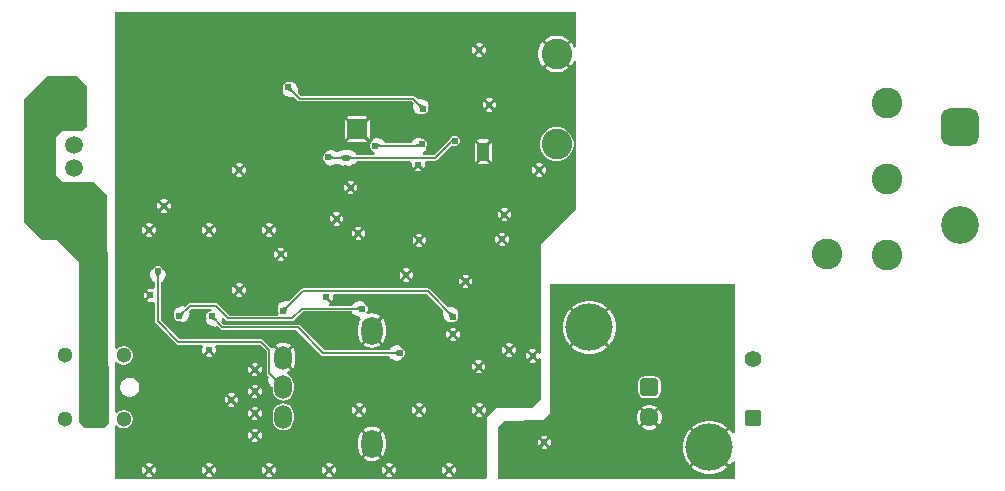
<source format=gbl>
G04*
G04 #@! TF.GenerationSoftware,Altium Limited,Altium Designer,25.6.2 (33)*
G04*
G04 Layer_Physical_Order=2*
G04 Layer_Color=16711680*
%FSLAX44Y44*%
%MOMM*%
G71*
G04*
G04 #@! TF.SameCoordinates,321F6365-E8C5-40D8-95C8-D2BB24AFB59A*
G04*
G04*
G04 #@! TF.FilePolarity,Positive*
G04*
G01*
G75*
G04:AMPARAMS|DCode=19|XSize=1.6mm|YSize=0.96mm|CornerRadius=0.12mm|HoleSize=0mm|Usage=FLASHONLY|Rotation=90.000|XOffset=0mm|YOffset=0mm|HoleType=Round|Shape=RoundedRectangle|*
%AMROUNDEDRECTD19*
21,1,1.6000,0.7200,0,0,90.0*
21,1,1.3600,0.9600,0,0,90.0*
1,1,0.2400,0.3600,0.6800*
1,1,0.2400,0.3600,-0.6800*
1,1,0.2400,-0.3600,-0.6800*
1,1,0.2400,-0.3600,0.6800*
%
%ADD19ROUNDEDRECTD19*%
G04:AMPARAMS|DCode=26|XSize=1.66mm|YSize=1.66mm|CornerRadius=0.1245mm|HoleSize=0mm|Usage=FLASHONLY|Rotation=0.000|XOffset=0mm|YOffset=0mm|HoleType=Round|Shape=RoundedRectangle|*
%AMROUNDEDRECTD26*
21,1,1.6600,1.4110,0,0,0.0*
21,1,1.4110,1.6600,0,0,0.0*
1,1,0.2490,0.7055,-0.7055*
1,1,0.2490,-0.7055,-0.7055*
1,1,0.2490,-0.7055,0.7055*
1,1,0.2490,0.7055,0.7055*
%
%ADD26ROUNDEDRECTD26*%
%ADD75C,0.2032*%
%ADD80O,1.5000X2.0000*%
%ADD81O,1.8000X2.4000*%
%ADD82C,1.6000*%
%ADD83C,4.0000*%
G04:AMPARAMS|DCode=84|XSize=1.6mm|YSize=1.6mm|CornerRadius=0.4mm|HoleSize=0mm|Usage=FLASHONLY|Rotation=90.000|XOffset=0mm|YOffset=0mm|HoleType=Round|Shape=RoundedRectangle|*
%AMROUNDEDRECTD84*
21,1,1.6000,0.8000,0,0,90.0*
21,1,0.8000,1.6000,0,0,90.0*
1,1,0.8000,0.4000,0.4000*
1,1,0.8000,0.4000,-0.4000*
1,1,0.8000,-0.4000,-0.4000*
1,1,0.8000,-0.4000,0.4000*
%
%ADD84ROUNDEDRECTD84*%
%ADD85C,2.6000*%
G04:AMPARAMS|DCode=86|XSize=1.4mm|YSize=1.4mm|CornerRadius=0.175mm|HoleSize=0mm|Usage=FLASHONLY|Rotation=90.000|XOffset=0mm|YOffset=0mm|HoleType=Round|Shape=RoundedRectangle|*
%AMROUNDEDRECTD86*
21,1,1.4000,1.0500,0,0,90.0*
21,1,1.0500,1.4000,0,0,90.0*
1,1,0.3500,0.5250,0.5250*
1,1,0.3500,0.5250,-0.5250*
1,1,0.3500,-0.5250,-0.5250*
1,1,0.3500,-0.5250,0.5250*
%
%ADD86ROUNDEDRECTD86*%
%ADD87C,1.4000*%
G04:AMPARAMS|DCode=88|XSize=3.2mm|YSize=3.2mm|CornerRadius=0.8mm|HoleSize=0mm|Usage=FLASHONLY|Rotation=270.000|XOffset=0mm|YOffset=0mm|HoleType=Round|Shape=RoundedRectangle|*
%AMROUNDEDRECTD88*
21,1,3.2000,1.6000,0,0,270.0*
21,1,1.6000,3.2000,0,0,270.0*
1,1,1.6000,-0.8000,-0.8000*
1,1,1.6000,-0.8000,0.8000*
1,1,1.6000,0.8000,0.8000*
1,1,1.6000,0.8000,-0.8000*
%
%ADD88ROUNDEDRECTD88*%
%ADD89C,3.2000*%
%ADD90C,1.3000*%
G04:AMPARAMS|DCode=91|XSize=1.5mm|YSize=1.5mm|CornerRadius=0.1875mm|HoleSize=0mm|Usage=FLASHONLY|Rotation=180.000|XOffset=0mm|YOffset=0mm|HoleType=Round|Shape=RoundedRectangle|*
%AMROUNDEDRECTD91*
21,1,1.5000,1.1250,0,0,180.0*
21,1,1.1250,1.5000,0,0,180.0*
1,1,0.3750,-0.5625,0.5625*
1,1,0.3750,0.5625,0.5625*
1,1,0.3750,0.5625,-0.5625*
1,1,0.3750,-0.5625,-0.5625*
%
%ADD91ROUNDEDRECTD91*%
%ADD92C,1.5000*%
%ADD93C,0.6096*%
%ADD94C,0.4500*%
G36*
X488000Y367970D02*
X486001Y367572D01*
X485251Y369381D01*
X483551Y371926D01*
X483366Y372110D01*
X473276Y362020D01*
X483366Y351930D01*
X483551Y352114D01*
X485251Y354659D01*
X486001Y356470D01*
X488001Y356072D01*
X488010Y236665D01*
X488010Y230457D01*
X458500Y200947D01*
Y108705D01*
X456500Y108307D01*
X456003Y109507D01*
X452996Y106500D01*
X456003Y103493D01*
X456500Y104693D01*
X458500Y104295D01*
Y83787D01*
Y69750D01*
X451065Y62316D01*
X419815D01*
X412229Y54729D01*
X412231Y6785D01*
X412231Y3453D01*
X410817Y2039D01*
X97250D01*
Y8838D01*
Y35001D01*
Y47076D01*
X97308Y47120D01*
X99250Y47762D01*
X100229Y46782D01*
X102001Y45760D01*
X103977Y45230D01*
X106023D01*
X107999Y45760D01*
X109771Y46782D01*
X111217Y48229D01*
X112240Y50001D01*
X112770Y51977D01*
Y54023D01*
X112240Y55999D01*
X111217Y57771D01*
X109771Y59218D01*
X107999Y60241D01*
X106023Y60770D01*
X103977D01*
X102001Y60241D01*
X100229Y59218D01*
X99250Y58238D01*
X97308Y58880D01*
X97250Y58924D01*
X97250Y101076D01*
X97308Y101120D01*
X99250Y101762D01*
X100229Y100782D01*
X102001Y99760D01*
X103977Y99230D01*
X106023D01*
X107999Y99760D01*
X109771Y100782D01*
X111217Y102229D01*
X112240Y104001D01*
X112770Y105977D01*
Y108023D01*
X112240Y109999D01*
X111217Y111771D01*
X109771Y113217D01*
X107999Y114241D01*
X106023Y114770D01*
X103977D01*
X102001Y114241D01*
X100229Y113217D01*
X99250Y112238D01*
X97308Y112880D01*
X97250Y112924D01*
X97250Y397961D01*
X487998D01*
X488000Y367970D01*
D02*
G37*
G36*
X73907Y334596D02*
Y300846D01*
X70407Y297346D01*
X53446D01*
X47762Y291874D01*
Y259596D01*
X52786Y253461D01*
X79319Y253379D01*
X90368Y242415D01*
X92457Y49965D01*
X88041Y45500D01*
X71750Y45500D01*
X67250Y50000D01*
Y185750D01*
X48750Y204250D01*
X35500D01*
X20407Y219343D01*
Y324096D01*
X39657Y343346D01*
X65157D01*
X73907Y334596D01*
D02*
G37*
G36*
X622625Y41504D02*
X622277Y41228D01*
X619595Y41642D01*
X618308Y43568D01*
X617636Y44240D01*
X602596Y29200D01*
X617636Y14160D01*
X618308Y14832D01*
X619595Y16758D01*
X622277Y17172D01*
X622625Y16896D01*
Y2039D01*
X422125D01*
Y46063D01*
X427310Y51399D01*
X459677Y52326D01*
X465664Y58574D01*
Y167750D01*
X622625D01*
Y41504D01*
D02*
G37*
%LPC*%
G36*
X406861Y371138D02*
X404638D01*
X402743Y370353D01*
X405750Y367346D01*
X408757Y370353D01*
X406861Y371138D01*
D02*
G37*
G36*
X473010Y377560D02*
X469949D01*
X466947Y376963D01*
X464119Y375791D01*
X461574Y374091D01*
X461390Y373906D01*
X471480Y363816D01*
X481570Y373906D01*
X481386Y374091D01*
X478841Y375791D01*
X476013Y376963D01*
X473010Y377560D01*
D02*
G37*
G36*
X410553Y368557D02*
X407546Y365550D01*
X410553Y362543D01*
X411338Y364439D01*
Y366661D01*
X410553Y368557D01*
D02*
G37*
G36*
X400947Y368557D02*
X400162Y366661D01*
Y364439D01*
X400947Y362543D01*
X403954Y365550D01*
X400947Y368557D01*
D02*
G37*
G36*
X405750Y363754D02*
X402743Y360747D01*
X404638Y359962D01*
X406861D01*
X408757Y360747D01*
X405750Y363754D01*
D02*
G37*
G36*
X459594Y372110D02*
X459409Y371926D01*
X457709Y369381D01*
X456537Y366553D01*
X455940Y363550D01*
Y360489D01*
X456537Y357487D01*
X457709Y354659D01*
X459409Y352114D01*
X459594Y351930D01*
X469684Y362020D01*
X459594Y372110D01*
D02*
G37*
G36*
X471480Y360224D02*
X461390Y350134D01*
X461574Y349949D01*
X464119Y348249D01*
X466947Y347077D01*
X469949Y346480D01*
X473010D01*
X476013Y347077D01*
X478841Y348249D01*
X481386Y349949D01*
X481570Y350134D01*
X471480Y360224D01*
D02*
G37*
G36*
X246717Y338667D02*
X246668Y338656D01*
X246619Y338663D01*
X245799Y338449D01*
X244976Y338253D01*
X244935Y338224D01*
X244930Y338223D01*
X244699Y338318D01*
X242981D01*
X241394Y337661D01*
X240180Y336446D01*
X239522Y334859D01*
Y333141D01*
X239723Y332656D01*
X239713Y332603D01*
X239683Y332553D01*
X239550Y331725D01*
X239396Y330900D01*
X239408Y330843D01*
X239399Y330785D01*
X239593Y329969D01*
X239766Y329148D01*
X239799Y329100D01*
X239813Y329044D01*
X240304Y328364D01*
X240779Y327672D01*
X240828Y327640D01*
X240862Y327593D01*
X241576Y327153D01*
X242279Y326696D01*
X242337Y326685D01*
X242386Y326654D01*
X243214Y326521D01*
X243815Y326409D01*
X244199Y326175D01*
X244965Y325705D01*
X244968Y325705D01*
X244970Y325703D01*
X245839Y325567D01*
X246734Y325425D01*
X246736Y325426D01*
X246739Y325425D01*
X247587Y325630D01*
X248475Y325843D01*
X248477Y325845D01*
X248479Y325845D01*
X248699Y326005D01*
X252102Y322602D01*
X252858Y322097D01*
X253750Y321919D01*
X349035D01*
X350452Y320502D01*
X350290Y320279D01*
X350269Y320189D01*
X350218Y320112D01*
X350060Y319322D01*
X349872Y318538D01*
X349886Y318447D01*
X349868Y318357D01*
X350025Y317566D01*
X350151Y316770D01*
X350200Y316691D01*
X350218Y316601D01*
X350666Y315930D01*
X350890Y315564D01*
X351049Y314851D01*
X351213Y314025D01*
X351243Y313980D01*
X351255Y313927D01*
X351740Y313237D01*
X352208Y312536D01*
X352253Y312506D01*
X352284Y312462D01*
X352995Y312010D01*
X353696Y311542D01*
X353750Y311531D01*
X353795Y311502D01*
X354625Y311357D01*
X355452Y311192D01*
X355505Y311203D01*
X355559Y311194D01*
X356381Y311377D01*
X357208Y311542D01*
X357253Y311572D01*
X357286Y311579D01*
X357641Y311432D01*
X359359D01*
X360946Y312089D01*
X362161Y313304D01*
X362818Y314891D01*
Y316609D01*
X362671Y316964D01*
X362678Y316997D01*
X362708Y317042D01*
X362873Y317869D01*
X363056Y318691D01*
X363047Y318745D01*
X363058Y318798D01*
X362893Y319625D01*
X362748Y320455D01*
X362719Y320500D01*
X362708Y320554D01*
X362240Y321255D01*
X361788Y321966D01*
X361744Y321997D01*
X361714Y322042D01*
X361013Y322511D01*
X360323Y322995D01*
X360270Y323007D01*
X360225Y323037D01*
X359398Y323201D01*
X358686Y323360D01*
X358320Y323585D01*
X357649Y324033D01*
X357559Y324050D01*
X357480Y324099D01*
X356684Y324224D01*
X355893Y324382D01*
X355803Y324364D01*
X355712Y324378D01*
X354928Y324190D01*
X354137Y324033D01*
X354061Y323981D01*
X353971Y323960D01*
X353748Y323798D01*
X351648Y325898D01*
X350892Y326403D01*
X350000Y326581D01*
X254715D01*
X251938Y329359D01*
X252102Y329585D01*
X252144Y329761D01*
X252238Y329915D01*
X252351Y330626D01*
X252519Y331326D01*
X252490Y331505D01*
X252518Y331683D01*
X252350Y332384D01*
X252237Y333094D01*
X252143Y333248D01*
X252100Y333424D01*
X251677Y334007D01*
X251468Y334348D01*
X251467Y334351D01*
X251254Y335170D01*
X251058Y335994D01*
X251029Y336035D01*
X251016Y336083D01*
X250505Y336759D01*
X250009Y337445D01*
X249966Y337471D01*
X249936Y337511D01*
X249206Y337939D01*
X248485Y338383D01*
X248435Y338391D01*
X248392Y338417D01*
X247554Y338533D01*
X246717Y338667D01*
D02*
G37*
G36*
X415611Y324588D02*
X413388D01*
X411493Y323803D01*
X414500Y320796D01*
X417507Y323803D01*
X415611Y324588D01*
D02*
G37*
G36*
X419303Y322007D02*
X416296Y319000D01*
X419303Y315993D01*
X420088Y317889D01*
Y320112D01*
X419303Y322007D01*
D02*
G37*
G36*
X409697Y322007D02*
X408912Y320112D01*
Y317889D01*
X409697Y315993D01*
X412704Y319000D01*
X409697Y322007D01*
D02*
G37*
G36*
X414500Y317204D02*
X411493Y314197D01*
X413388Y313412D01*
X415611D01*
X417507Y314197D01*
X414500Y317204D01*
D02*
G37*
G36*
X309805Y309414D02*
X295695D01*
X294218Y309120D01*
X294043Y309003D01*
X302750Y300296D01*
X311457Y309003D01*
X311282Y309120D01*
X309805Y309414D01*
D02*
G37*
G36*
X313253Y307207D02*
X304546Y298500D01*
X313253Y289793D01*
X313370Y289968D01*
X313664Y291445D01*
Y305555D01*
X313370Y307032D01*
X313253Y307207D01*
D02*
G37*
G36*
X292247D02*
X292130Y307032D01*
X291836Y305555D01*
Y291445D01*
X292130Y289968D01*
X292247Y289793D01*
X300954Y298500D01*
X292247Y307207D01*
D02*
G37*
G36*
X302750Y296704D02*
X294043Y287997D01*
X294218Y287880D01*
X295695Y287586D01*
X309805D01*
X311282Y287880D01*
X311457Y287997D01*
X302750Y296704D01*
D02*
G37*
G36*
X413100Y289933D02*
X405900D01*
X404441Y289643D01*
X404280Y289536D01*
X409500Y284316D01*
X414720Y289536D01*
X414559Y289643D01*
X413100Y289933D01*
D02*
G37*
G36*
X385859Y293068D02*
X384141D01*
X382554Y292411D01*
X381339Y291196D01*
X380831Y289969D01*
X380205Y289550D01*
X380222Y289533D01*
X380220Y289516D01*
X367285Y276581D01*
X358522D01*
X358167Y276930D01*
X358701Y279041D01*
X358782Y279130D01*
X359389Y279631D01*
X360088Y280208D01*
X360089Y280208D01*
X360089Y280208D01*
X360472Y280929D01*
X360928Y281789D01*
X360928Y281789D01*
X360928Y281790D01*
X361013Y282671D01*
X361090Y283484D01*
X361161Y283554D01*
X361818Y285141D01*
Y286859D01*
X361161Y288446D01*
X359946Y289661D01*
X358359Y290318D01*
X357475D01*
X357456Y290341D01*
X356721Y290731D01*
X355998Y291141D01*
X355933Y291150D01*
X355874Y291180D01*
X355047Y291260D01*
X354222Y291362D01*
X354158Y291345D01*
X354092Y291351D01*
X353298Y291107D01*
X352496Y290886D01*
X352444Y290846D01*
X352381Y290826D01*
X351740Y290297D01*
X351084Y289786D01*
X351068Y289760D01*
X350728Y289676D01*
X350483Y289498D01*
X350201Y289388D01*
X349767Y288974D01*
X349283Y288619D01*
X349125Y288361D01*
X348906Y288152D01*
X348664Y287603D01*
X348352Y287090D01*
X348312Y286831D01*
X326550D01*
X326507Y287103D01*
X326459Y287181D01*
X326441Y287272D01*
X325994Y287942D01*
X325572Y288630D01*
X325498Y288684D01*
X325447Y288760D01*
X324777Y289208D01*
X324124Y289682D01*
X324035Y289704D01*
X323958Y289755D01*
X323168Y289912D01*
X322750Y290012D01*
X322134Y290404D01*
X321432Y290872D01*
X321379Y290883D01*
X321334Y290912D01*
X320504Y291057D01*
X319677Y291222D01*
X319624Y291211D01*
X319570Y291220D01*
X318748Y291037D01*
X317921Y290872D01*
X317876Y290842D01*
X317823Y290830D01*
X317133Y290346D01*
X316432Y289878D01*
X316402Y289833D01*
X316358Y289802D01*
X315906Y289090D01*
X315438Y288389D01*
X315427Y288336D01*
X315409Y288308D01*
X315054Y288161D01*
X313839Y286946D01*
X313182Y285359D01*
Y283641D01*
X313839Y282054D01*
X315054Y280839D01*
X315409Y280692D01*
X315427Y280664D01*
X315438Y280611D01*
X315906Y279911D01*
X316358Y279198D01*
X316402Y279167D01*
X316432Y279122D01*
X317132Y278654D01*
X317237Y278581D01*
X316605Y276581D01*
X302300D01*
X302257Y276853D01*
X302209Y276932D01*
X302191Y277022D01*
X301744Y277692D01*
X301322Y278380D01*
X301248Y278434D01*
X301197Y278510D01*
X300527Y278958D01*
X299874Y279432D01*
X299785Y279454D01*
X299708Y279505D01*
X298918Y279662D01*
X298500Y279762D01*
X297884Y280154D01*
X297183Y280623D01*
X297129Y280633D01*
X297083Y280662D01*
X296254Y280807D01*
X295427Y280972D01*
X295373Y280961D01*
X295320Y280970D01*
X294498Y280787D01*
X293671Y280623D01*
X293626Y280592D01*
X293573Y280581D01*
X293376Y280442D01*
X293179Y280592D01*
X293131Y280605D01*
X293091Y280634D01*
X292267Y280834D01*
X291448Y281050D01*
X291399Y281044D01*
X291351Y281055D01*
X290513Y280924D01*
X289674Y280811D01*
X289631Y280786D01*
X289582Y280778D01*
X288859Y280337D01*
X288127Y279911D01*
X288118Y279904D01*
X287727Y279811D01*
X287025Y279702D01*
X286863Y279604D01*
X286678Y279559D01*
X286102Y279142D01*
X285495Y278773D01*
X284432Y279550D01*
X284425Y279551D01*
X284419Y279555D01*
X283558Y279763D01*
X283107Y279874D01*
X282618Y280212D01*
X281940Y280706D01*
X281884Y280720D01*
X281835Y280753D01*
X281015Y280930D01*
X280201Y281127D01*
X280142Y281118D01*
X280085Y281130D01*
X279260Y280980D01*
X278432Y280850D01*
X278382Y280819D01*
X278324Y280809D01*
X277619Y280354D01*
X276904Y279917D01*
X276869Y279870D01*
X276820Y279838D01*
X276343Y279148D01*
X275849Y278471D01*
X275835Y278414D01*
X275803Y278367D01*
X275304Y278161D01*
X274089Y276946D01*
X273432Y275359D01*
Y273641D01*
X274089Y272054D01*
X275304Y270839D01*
X275521Y270749D01*
X275522Y270748D01*
X275530Y270698D01*
X275972Y269975D01*
X276397Y269243D01*
X276437Y269213D01*
X276463Y269170D01*
X277147Y268671D01*
X277821Y268158D01*
X277869Y268145D01*
X277909Y268116D01*
X278733Y267916D01*
X279552Y267700D01*
X279601Y267706D01*
X279649Y267695D01*
X280486Y267826D01*
X281326Y267939D01*
X281369Y267964D01*
X281418Y267972D01*
X282141Y268413D01*
X282873Y268839D01*
X282881Y268846D01*
X283272Y268939D01*
X283975Y269048D01*
X284137Y269146D01*
X284322Y269191D01*
X284898Y269608D01*
X285505Y269977D01*
X285506Y269977D01*
X285851Y269726D01*
X286568Y269200D01*
X286575Y269199D01*
X286581Y269195D01*
X287444Y268986D01*
X287893Y268876D01*
X288382Y268538D01*
X289060Y268044D01*
X289116Y268030D01*
X289165Y267997D01*
X289985Y267820D01*
X290800Y267623D01*
X290857Y267632D01*
X290915Y267620D01*
X291740Y267770D01*
X292568Y267900D01*
X292618Y267931D01*
X292676Y267941D01*
X293127Y268232D01*
X293573Y267920D01*
X293626Y267908D01*
X293671Y267878D01*
X294497Y267713D01*
X295320Y267530D01*
X295374Y267539D01*
X295427Y267528D01*
X296253Y267693D01*
X297083Y267838D01*
X297129Y267867D01*
X297183Y267878D01*
X297883Y268346D01*
X298500Y268738D01*
X298918Y268838D01*
X299708Y268995D01*
X299785Y269046D01*
X299874Y269068D01*
X300527Y269542D01*
X301197Y269990D01*
X301248Y270066D01*
X301322Y270120D01*
X301744Y270808D01*
X302191Y271478D01*
X302209Y271569D01*
X302257Y271647D01*
X302300Y271919D01*
X347557D01*
X348893Y269919D01*
X348662Y269361D01*
Y267139D01*
X349447Y265243D01*
X353352Y269148D01*
X354250Y268250D01*
X355148Y269148D01*
X359053Y265243D01*
X359838Y267139D01*
Y269361D01*
X359607Y269919D01*
X360943Y271919D01*
X368250D01*
X369142Y272097D01*
X369898Y272602D01*
X382470Y285174D01*
X382554Y285089D01*
X384141Y284432D01*
X385859D01*
X387446Y285089D01*
X388661Y286304D01*
X389318Y287891D01*
Y289609D01*
X388661Y291196D01*
X387446Y292411D01*
X385859Y293068D01*
D02*
G37*
G36*
X473359Y300090D02*
X469601D01*
X465972Y299118D01*
X462718Y297239D01*
X460061Y294582D01*
X458182Y291328D01*
X457210Y287699D01*
Y283941D01*
X458182Y280312D01*
X460061Y277058D01*
X462718Y274401D01*
X465972Y272522D01*
X469601Y271550D01*
X473359D01*
X476988Y272522D01*
X480242Y274401D01*
X482899Y277058D01*
X484777Y280312D01*
X485750Y283941D01*
Y287699D01*
X484777Y291328D01*
X482899Y294582D01*
X480242Y297239D01*
X476988Y299118D01*
X473359Y300090D01*
D02*
G37*
G36*
X402484Y287740D02*
X402377Y287579D01*
X402087Y286120D01*
Y272520D01*
X402377Y271061D01*
X402484Y270900D01*
X408602Y277018D01*
X409500Y276120D01*
X410398Y277018D01*
X416516Y270900D01*
X416623Y271061D01*
X416913Y272520D01*
Y286120D01*
X416623Y287579D01*
X416516Y287740D01*
X410398Y281622D01*
X409500Y282520D01*
X408602Y281622D01*
X402484Y287740D01*
D02*
G37*
G36*
X409500Y274324D02*
X404280Y269104D01*
X404441Y268997D01*
X405900Y268707D01*
X413100D01*
X414559Y268997D01*
X414720Y269104D01*
X409500Y274324D01*
D02*
G37*
G36*
X457662Y269538D02*
X455438D01*
X453543Y268753D01*
X456550Y265746D01*
X459557Y268753D01*
X457662Y269538D01*
D02*
G37*
G36*
X203661D02*
X201439D01*
X199543Y268753D01*
X202550Y265746D01*
X205557Y268753D01*
X203661Y269538D01*
D02*
G37*
G36*
X354250Y266454D02*
X351243Y263447D01*
X353139Y262662D01*
X355362D01*
X357257Y263447D01*
X354250Y266454D01*
D02*
G37*
G36*
X461353Y266957D02*
X458346Y263950D01*
X461353Y260943D01*
X462138Y262838D01*
Y265061D01*
X461353Y266957D01*
D02*
G37*
G36*
X207353D02*
X204346Y263950D01*
X207353Y260943D01*
X208138Y262838D01*
Y265061D01*
X207353Y266957D01*
D02*
G37*
G36*
X451747Y266957D02*
X450962Y265061D01*
Y262838D01*
X451747Y260943D01*
X454754Y263950D01*
X451747Y266957D01*
D02*
G37*
G36*
X197747D02*
X196962Y265061D01*
Y262838D01*
X197747Y260943D01*
X200754Y263950D01*
X197747Y266957D01*
D02*
G37*
G36*
X456550Y262154D02*
X453543Y259147D01*
X455438Y258362D01*
X457662D01*
X459557Y259147D01*
X456550Y262154D01*
D02*
G37*
G36*
X202550D02*
X199543Y259147D01*
X201439Y258362D01*
X203661D01*
X205557Y259147D01*
X202550Y262154D01*
D02*
G37*
G36*
X298111Y254588D02*
X295889D01*
X293993Y253803D01*
X297000Y250796D01*
X300007Y253803D01*
X298111Y254588D01*
D02*
G37*
G36*
X301803Y252007D02*
X298796Y249000D01*
X301803Y245993D01*
X302588Y247889D01*
Y250112D01*
X301803Y252007D01*
D02*
G37*
G36*
X292197Y252007D02*
X291412Y250112D01*
Y247889D01*
X292197Y245993D01*
X295204Y249000D01*
X292197Y252007D01*
D02*
G37*
G36*
X297000Y247204D02*
X293993Y244197D01*
X295889Y243412D01*
X298111D01*
X300007Y244197D01*
X297000Y247204D01*
D02*
G37*
G36*
X140112Y239088D02*
X137888D01*
X135993Y238303D01*
X139000Y235296D01*
X142007Y238303D01*
X140112Y239088D01*
D02*
G37*
G36*
X143803Y236507D02*
X140796Y233500D01*
X143803Y230493D01*
X144588Y232388D01*
Y234611D01*
X143803Y236507D01*
D02*
G37*
G36*
X134197Y236507D02*
X133412Y234611D01*
Y232388D01*
X134197Y230493D01*
X137204Y233500D01*
X134197Y236507D01*
D02*
G37*
G36*
X139000Y231704D02*
X135993Y228697D01*
X137888Y227912D01*
X140112D01*
X142007Y228697D01*
X139000Y231704D01*
D02*
G37*
G36*
X428362Y231588D02*
X426138D01*
X424243Y230803D01*
X427250Y227796D01*
X430257Y230803D01*
X428362Y231588D01*
D02*
G37*
G36*
X286362Y228088D02*
X284139D01*
X282243Y227303D01*
X285250Y224296D01*
X288257Y227303D01*
X286362Y228088D01*
D02*
G37*
G36*
X432053Y229007D02*
X429046Y226000D01*
X432053Y222993D01*
X432838Y224888D01*
Y227111D01*
X432053Y229007D01*
D02*
G37*
G36*
X422447Y229007D02*
X421662Y227111D01*
Y224888D01*
X422447Y222993D01*
X425454Y226000D01*
X422447Y229007D01*
D02*
G37*
G36*
X427250Y224204D02*
X424243Y221197D01*
X426138Y220412D01*
X428362D01*
X430257Y221197D01*
X427250Y224204D01*
D02*
G37*
G36*
X290053Y225507D02*
X287046Y222500D01*
X290053Y219493D01*
X290838Y221388D01*
Y223612D01*
X290053Y225507D01*
D02*
G37*
G36*
X280447Y225507D02*
X279662Y223612D01*
Y221388D01*
X280447Y219493D01*
X283454Y222500D01*
X280447Y225507D01*
D02*
G37*
G36*
X285250Y220704D02*
X282243Y217697D01*
X284139Y216912D01*
X286362D01*
X288257Y217697D01*
X285250Y220704D01*
D02*
G37*
G36*
X229062Y218738D02*
X226838D01*
X224943Y217953D01*
X227950Y214946D01*
X230957Y217953D01*
X229062Y218738D01*
D02*
G37*
G36*
X178262D02*
X176038D01*
X174143Y217953D01*
X177150Y214946D01*
X180157Y217953D01*
X178262Y218738D01*
D02*
G37*
G36*
X127462D02*
X125239D01*
X123343Y217953D01*
X126350Y214946D01*
X129357Y217953D01*
X127462Y218738D01*
D02*
G37*
G36*
X304611Y215838D02*
X302388D01*
X300493Y215053D01*
X303500Y212046D01*
X306507Y215053D01*
X304611Y215838D01*
D02*
G37*
G36*
X232753Y216157D02*
X229746Y213150D01*
X232753Y210143D01*
X233538Y212038D01*
Y214261D01*
X232753Y216157D01*
D02*
G37*
G36*
X181953D02*
X178946Y213150D01*
X181953Y210143D01*
X182738Y212038D01*
Y214261D01*
X181953Y216157D01*
D02*
G37*
G36*
X131153D02*
X128146Y213150D01*
X131153Y210143D01*
X131938Y212038D01*
Y214261D01*
X131153Y216157D01*
D02*
G37*
G36*
X223147Y216157D02*
X222362Y214261D01*
Y212038D01*
X223147Y210143D01*
X226154Y213150D01*
X223147Y216157D01*
D02*
G37*
G36*
X172347D02*
X171562Y214261D01*
Y212038D01*
X172347Y210143D01*
X175354Y213150D01*
X172347Y216157D01*
D02*
G37*
G36*
X121547D02*
X120762Y214261D01*
Y212038D01*
X121547Y210143D01*
X124554Y213150D01*
X121547Y216157D01*
D02*
G37*
G36*
X227950Y211354D02*
X224943Y208347D01*
X226838Y207562D01*
X229062D01*
X230957Y208347D01*
X227950Y211354D01*
D02*
G37*
G36*
X177150D02*
X174143Y208347D01*
X176038Y207562D01*
X178262D01*
X180157Y208347D01*
X177150Y211354D01*
D02*
G37*
G36*
X126350D02*
X123343Y208347D01*
X125239Y207562D01*
X127462D01*
X129357Y208347D01*
X126350Y211354D01*
D02*
G37*
G36*
X308303Y213257D02*
X305296Y210250D01*
X308303Y207243D01*
X309088Y209139D01*
Y211362D01*
X308303Y213257D01*
D02*
G37*
G36*
X298697Y213257D02*
X297912Y211362D01*
Y209139D01*
X298697Y207243D01*
X301704Y210250D01*
X298697Y213257D01*
D02*
G37*
G36*
X426362Y210838D02*
X424138D01*
X422243Y210053D01*
X425250Y207046D01*
X428257Y210053D01*
X426362Y210838D01*
D02*
G37*
G36*
X356111Y210088D02*
X353889D01*
X351993Y209303D01*
X355000Y206296D01*
X358007Y209303D01*
X356111Y210088D01*
D02*
G37*
G36*
X303500Y208454D02*
X300493Y205447D01*
X302388Y204662D01*
X304611D01*
X306507Y205447D01*
X303500Y208454D01*
D02*
G37*
G36*
X430053Y208257D02*
X427046Y205250D01*
X430053Y202243D01*
X430838Y204139D01*
Y206362D01*
X430053Y208257D01*
D02*
G37*
G36*
X420447Y208257D02*
X419662Y206362D01*
Y204139D01*
X420447Y202243D01*
X423454Y205250D01*
X420447Y208257D01*
D02*
G37*
G36*
X359803Y207507D02*
X356796Y204500D01*
X359803Y201493D01*
X360588Y203389D01*
Y205611D01*
X359803Y207507D01*
D02*
G37*
G36*
X350197Y207507D02*
X349412Y205611D01*
Y203389D01*
X350197Y201493D01*
X353204Y204500D01*
X350197Y207507D01*
D02*
G37*
G36*
X425250Y203454D02*
X422243Y200447D01*
X424138Y199662D01*
X426362D01*
X428257Y200447D01*
X425250Y203454D01*
D02*
G37*
G36*
X355000Y202704D02*
X351993Y199697D01*
X353889Y198912D01*
X356111D01*
X358007Y199697D01*
X355000Y202704D01*
D02*
G37*
G36*
X238862Y198088D02*
X236639D01*
X234743Y197303D01*
X237750Y194296D01*
X240757Y197303D01*
X238862Y198088D01*
D02*
G37*
G36*
X242553Y195507D02*
X239546Y192500D01*
X242553Y189493D01*
X243338Y191388D01*
Y193612D01*
X242553Y195507D01*
D02*
G37*
G36*
X232947Y195507D02*
X232162Y193612D01*
Y191388D01*
X232947Y189493D01*
X235954Y192500D01*
X232947Y195507D01*
D02*
G37*
G36*
X237750Y190704D02*
X234743Y187697D01*
X236639Y186912D01*
X238862D01*
X240757Y187697D01*
X237750Y190704D01*
D02*
G37*
G36*
X345112Y180588D02*
X342888D01*
X340993Y179803D01*
X344000Y176796D01*
X347007Y179803D01*
X345112Y180588D01*
D02*
G37*
G36*
X348803Y178007D02*
X345796Y175000D01*
X348803Y171993D01*
X349588Y173888D01*
Y176112D01*
X348803Y178007D01*
D02*
G37*
G36*
X339197Y178007D02*
X338412Y176112D01*
Y173888D01*
X339197Y171993D01*
X342204Y175000D01*
X339197Y178007D01*
D02*
G37*
G36*
X395389Y175116D02*
X393166D01*
X391271Y174331D01*
X394278Y171324D01*
X397285Y174331D01*
X395389Y175116D01*
D02*
G37*
G36*
X344000Y173204D02*
X340993Y170197D01*
X342888Y169412D01*
X345112D01*
X347007Y170197D01*
X344000Y173204D01*
D02*
G37*
G36*
X399081Y172535D02*
X396074Y169528D01*
X399081Y166521D01*
X399866Y168416D01*
Y170639D01*
X399081Y172535D01*
D02*
G37*
G36*
X389475Y172535D02*
X388690Y170639D01*
Y168416D01*
X389475Y166521D01*
X392482Y169528D01*
X389475Y172535D01*
D02*
G37*
G36*
X203661Y167938D02*
X201439D01*
X199543Y167153D01*
X202550Y164146D01*
X205557Y167153D01*
X203661Y167938D01*
D02*
G37*
G36*
X394278Y167732D02*
X391271Y164725D01*
X393166Y163940D01*
X395389D01*
X397285Y164725D01*
X394278Y167732D01*
D02*
G37*
G36*
X134609Y182318D02*
X132891D01*
X131304Y181661D01*
X130089Y180446D01*
X129942Y180091D01*
X129914Y180073D01*
X129861Y180062D01*
X129160Y179594D01*
X128448Y179142D01*
X128417Y179098D01*
X128372Y179068D01*
X127904Y178368D01*
X127420Y177677D01*
X127408Y177624D01*
X127378Y177579D01*
X127213Y176753D01*
X127029Y175930D01*
X127039Y175877D01*
X127028Y175823D01*
X127192Y174997D01*
X127338Y174167D01*
X127367Y174121D01*
X127378Y174067D01*
X127845Y173367D01*
X128237Y172750D01*
X128338Y172332D01*
X128495Y171542D01*
X128546Y171465D01*
X128568Y171376D01*
X129042Y170724D01*
X129490Y170053D01*
X129566Y170002D01*
X129620Y169928D01*
X130308Y169506D01*
X130978Y169059D01*
X131068Y169041D01*
X131147Y168993D01*
X131419Y168950D01*
Y164340D01*
X129419Y163004D01*
X128611Y163338D01*
X126389D01*
X124493Y162553D01*
X128398Y158648D01*
X127500Y157750D01*
X128398Y156852D01*
X124493Y152947D01*
X126389Y152162D01*
X128611D01*
X129419Y152497D01*
X131419Y151160D01*
Y136000D01*
X131597Y135108D01*
X132102Y134352D01*
X149602Y116852D01*
X150358Y116347D01*
X151250Y116169D01*
X171254D01*
X172187Y114169D01*
X171562Y112662D01*
Y110438D01*
X172347Y108543D01*
X176252Y112448D01*
X177150Y111550D01*
X178048Y112448D01*
X181953Y108543D01*
X182738Y110438D01*
Y112662D01*
X182113Y114169D01*
X183046Y116169D01*
X220285D01*
X225795Y110659D01*
Y91875D01*
X225972Y90983D01*
X226477Y90227D01*
X227685Y89019D01*
X227669Y88975D01*
X227504Y88742D01*
X227367Y88140D01*
X227157Y87559D01*
X227170Y87275D01*
X227107Y86997D01*
X227211Y86388D01*
X227239Y85771D01*
X227360Y85513D01*
X227407Y85232D01*
X227736Y84709D01*
X227999Y84150D01*
X228209Y83958D01*
X228278Y83848D01*
X228293Y83334D01*
X228317Y83282D01*
X228320Y83224D01*
X228683Y82467D01*
X229027Y81701D01*
X229069Y81662D01*
X229094Y81610D01*
X229719Y81049D01*
X230330Y80473D01*
X230383Y80453D01*
X230426Y80414D01*
X231154Y80158D01*
Y77501D01*
X231456Y75211D01*
X232339Y73078D01*
X233745Y71246D01*
X235577Y69840D01*
X237711Y68956D01*
X240000Y68655D01*
X242289Y68956D01*
X244423Y69840D01*
X246255Y71246D01*
X247661Y73078D01*
X248544Y75211D01*
X248846Y77501D01*
Y82500D01*
X248544Y84790D01*
X247661Y86923D01*
X246255Y88755D01*
X244423Y90161D01*
X242946Y90773D01*
X242818Y91538D01*
X243040Y92893D01*
X245063Y93730D01*
X246144Y94560D01*
X239102Y101602D01*
X240898Y103399D01*
X247940Y96356D01*
X248770Y97437D01*
X249782Y99880D01*
X250127Y102500D01*
Y107500D01*
X249782Y110121D01*
X248770Y112564D01*
X247940Y113645D01*
X240898Y106602D01*
X240000Y107500D01*
X239102Y106602D01*
X232060Y113645D01*
X231963Y113519D01*
X230683Y113375D01*
X229577Y113482D01*
X229550Y113497D01*
X222898Y120148D01*
X222142Y120653D01*
X221250Y120831D01*
X152215D01*
X136081Y136966D01*
Y168950D01*
X136353Y168993D01*
X136432Y169041D01*
X136522Y169059D01*
X137192Y169506D01*
X137880Y169928D01*
X137934Y170002D01*
X138010Y170053D01*
X138458Y170723D01*
X138932Y171376D01*
X138954Y171465D01*
X139005Y171542D01*
X139162Y172332D01*
X139263Y172750D01*
X139654Y173366D01*
X140122Y174067D01*
X140133Y174121D01*
X140162Y174167D01*
X140307Y174996D01*
X140472Y175823D01*
X140461Y175877D01*
X140471Y175930D01*
X140287Y176752D01*
X140122Y177579D01*
X140092Y177624D01*
X140080Y177677D01*
X139596Y178367D01*
X139128Y179068D01*
X139083Y179098D01*
X139052Y179142D01*
X138341Y179594D01*
X137639Y180062D01*
X137586Y180073D01*
X137558Y180091D01*
X137411Y180446D01*
X136196Y181661D01*
X134609Y182318D01*
D02*
G37*
G36*
X207353Y165357D02*
X204346Y162350D01*
X207353Y159343D01*
X208138Y161238D01*
Y163461D01*
X207353Y165357D01*
D02*
G37*
G36*
X197747Y165357D02*
X196962Y163461D01*
Y161238D01*
X197747Y159343D01*
X200754Y162350D01*
X197747Y165357D01*
D02*
G37*
G36*
X202550Y160554D02*
X199543Y157547D01*
X201439Y156762D01*
X203661D01*
X205557Y157547D01*
X202550Y160554D01*
D02*
G37*
G36*
X122697Y160757D02*
X121912Y158862D01*
Y156638D01*
X122697Y154743D01*
X125704Y157750D01*
X122697Y160757D01*
D02*
G37*
G36*
X362166Y163665D02*
X256584D01*
X255692Y163487D01*
X254936Y162982D01*
X244752Y152798D01*
X244529Y152960D01*
X244439Y152981D01*
X244363Y153033D01*
X243572Y153190D01*
X242788Y153378D01*
X242697Y153364D01*
X242607Y153382D01*
X241816Y153224D01*
X241020Y153099D01*
X240941Y153050D01*
X240851Y153033D01*
X240181Y152585D01*
X239814Y152360D01*
X239101Y152201D01*
X238275Y152037D01*
X238230Y152007D01*
X238177Y151995D01*
X237487Y151510D01*
X236786Y151042D01*
X236756Y150997D01*
X236712Y150966D01*
X236260Y150254D01*
X235792Y149554D01*
X235781Y149501D01*
X235752Y149455D01*
X235607Y148625D01*
X235442Y147798D01*
X235453Y147745D01*
X235443Y147691D01*
X235627Y146869D01*
X235792Y146042D01*
X235822Y145997D01*
X235829Y145964D01*
X235682Y145609D01*
Y143891D01*
X236225Y142581D01*
X235779Y141430D01*
X235234Y140581D01*
X194466D01*
X184648Y150398D01*
X183892Y150903D01*
X183000Y151081D01*
X160750D01*
X159858Y150903D01*
X159102Y150398D01*
X156751Y148048D01*
X156529Y148210D01*
X156439Y148231D01*
X156363Y148282D01*
X155572Y148440D01*
X154788Y148628D01*
X154697Y148614D01*
X154607Y148632D01*
X153816Y148475D01*
X153020Y148349D01*
X152941Y148300D01*
X152851Y148282D01*
X152180Y147834D01*
X151814Y147610D01*
X151102Y147451D01*
X150275Y147287D01*
X150230Y147257D01*
X150177Y147245D01*
X149487Y146761D01*
X148786Y146292D01*
X148756Y146247D01*
X148712Y146216D01*
X148260Y145505D01*
X147792Y144804D01*
X147781Y144750D01*
X147752Y144705D01*
X147607Y143875D01*
X147442Y143048D01*
X147453Y142995D01*
X147444Y142941D01*
X147627Y142119D01*
X147792Y141292D01*
X147822Y141247D01*
X147829Y141214D01*
X147682Y140859D01*
Y139141D01*
X148339Y137554D01*
X149554Y136339D01*
X151141Y135682D01*
X152859D01*
X153214Y135829D01*
X153247Y135822D01*
X153292Y135792D01*
X154119Y135627D01*
X154941Y135444D01*
X154995Y135453D01*
X155048Y135442D01*
X155875Y135607D01*
X156705Y135752D01*
X156750Y135781D01*
X156804Y135792D01*
X157505Y136260D01*
X158216Y136712D01*
X158247Y136756D01*
X158292Y136786D01*
X158761Y137487D01*
X159245Y138177D01*
X159257Y138230D01*
X159287Y138275D01*
X159451Y139102D01*
X159610Y139814D01*
X159834Y140180D01*
X160282Y140851D01*
X160300Y140941D01*
X160348Y141020D01*
X160474Y141816D01*
X160632Y142607D01*
X160614Y142697D01*
X160628Y142788D01*
X160440Y143572D01*
X160282Y144363D01*
X160231Y144439D01*
X160210Y144529D01*
X160048Y144752D01*
X161715Y146419D01*
X179101D01*
X179728Y144715D01*
X179396Y144318D01*
X178391D01*
X176804Y143661D01*
X175589Y142446D01*
X174932Y140859D01*
Y139141D01*
X175079Y138786D01*
X175072Y138753D01*
X175042Y138708D01*
X174877Y137881D01*
X174694Y137059D01*
X174703Y137005D01*
X174692Y136952D01*
X174857Y136125D01*
X175002Y135295D01*
X175031Y135250D01*
X175042Y135196D01*
X175510Y134495D01*
X175962Y133784D01*
X176006Y133753D01*
X176036Y133708D01*
X176737Y133239D01*
X177427Y132755D01*
X177480Y132743D01*
X177525Y132713D01*
X178352Y132549D01*
X179064Y132390D01*
X179431Y132165D01*
X180101Y131718D01*
X180191Y131700D01*
X180270Y131651D01*
X181066Y131526D01*
X181857Y131368D01*
X181947Y131386D01*
X182038Y131372D01*
X182822Y131560D01*
X183613Y131718D01*
X183689Y131769D01*
X183779Y131790D01*
X184002Y131952D01*
X186852Y129102D01*
X187608Y128597D01*
X188500Y128419D01*
X251110D01*
X272177Y107352D01*
X272933Y106847D01*
X273825Y106669D01*
X329450D01*
X329493Y106397D01*
X329541Y106319D01*
X329559Y106228D01*
X330006Y105558D01*
X330428Y104870D01*
X330502Y104816D01*
X330553Y104740D01*
X331223Y104292D01*
X331876Y103818D01*
X331965Y103796D01*
X332042Y103745D01*
X332832Y103588D01*
X333250Y103488D01*
X333866Y103096D01*
X334567Y102627D01*
X334621Y102617D01*
X334666Y102588D01*
X335496Y102443D01*
X336323Y102278D01*
X336376Y102289D01*
X336430Y102280D01*
X337252Y102463D01*
X338079Y102627D01*
X338124Y102658D01*
X338177Y102669D01*
X338867Y103154D01*
X339568Y103622D01*
X339598Y103667D01*
X339642Y103698D01*
X340094Y104410D01*
X340562Y105111D01*
X340573Y105164D01*
X340591Y105192D01*
X340946Y105339D01*
X342161Y106554D01*
X342818Y108141D01*
Y109859D01*
X342161Y111446D01*
X340946Y112661D01*
X340591Y112808D01*
X340573Y112836D01*
X340562Y112889D01*
X340094Y113589D01*
X339642Y114302D01*
X339598Y114333D01*
X339568Y114378D01*
X338867Y114846D01*
X338177Y115331D01*
X338124Y115342D01*
X338079Y115372D01*
X337253Y115537D01*
X336430Y115721D01*
X336376Y115711D01*
X336323Y115722D01*
X335497Y115557D01*
X334666Y115412D01*
X334621Y115383D01*
X334567Y115372D01*
X333867Y114904D01*
X333250Y114513D01*
X332832Y114412D01*
X332042Y114255D01*
X331965Y114204D01*
X331876Y114182D01*
X331224Y113708D01*
X330553Y113260D01*
X330502Y113184D01*
X330428Y113130D01*
X330006Y112442D01*
X329559Y111772D01*
X329541Y111681D01*
X329493Y111603D01*
X329450Y111331D01*
X274791D01*
X253723Y132398D01*
X252967Y132903D01*
X252075Y133081D01*
X189466D01*
X187298Y135248D01*
X187460Y135471D01*
X187481Y135561D01*
X187533Y135637D01*
X187690Y136428D01*
X187878Y137212D01*
X187864Y137303D01*
X187882Y137393D01*
X187795Y137831D01*
X188462Y138421D01*
X189652Y138802D01*
X191852Y136602D01*
X192608Y136097D01*
X193500Y135919D01*
X247750D01*
X248642Y136097D01*
X249398Y136602D01*
X256965Y144169D01*
X297950D01*
X297992Y143897D01*
X298041Y143819D01*
X298059Y143728D01*
X298506Y143058D01*
X298928Y142370D01*
X299002Y142316D01*
X299053Y142240D01*
X299723Y141792D01*
X300376Y141318D01*
X300465Y141296D01*
X300542Y141245D01*
X301332Y141088D01*
X301750Y140988D01*
X302366Y140596D01*
X303067Y140127D01*
X303121Y140117D01*
X303167Y140088D01*
X303996Y139943D01*
X304689Y139805D01*
X305291Y138970D01*
X305760Y137916D01*
X304920Y136820D01*
X303757Y134013D01*
X303361Y131000D01*
Y125000D01*
X303757Y121988D01*
X304920Y119181D01*
X305990Y117786D01*
X314102Y125898D01*
X315000Y125000D01*
X315898Y125898D01*
X324010Y117786D01*
X325080Y119181D01*
X326243Y121988D01*
X326640Y125000D01*
Y131000D01*
X326243Y134013D01*
X325080Y136820D01*
X324010Y138215D01*
X315898Y130102D01*
X314102Y131898D01*
X322214Y140011D01*
X320820Y141081D01*
X318013Y142243D01*
X315000Y142640D01*
X311987Y142243D01*
X311460Y142025D01*
X310327Y143721D01*
X310661Y144054D01*
X311318Y145641D01*
Y147359D01*
X310661Y148946D01*
X309446Y150161D01*
X309091Y150308D01*
X309073Y150336D01*
X309062Y150389D01*
X308594Y151089D01*
X308142Y151802D01*
X308098Y151833D01*
X308068Y151878D01*
X307367Y152346D01*
X306677Y152831D01*
X306624Y152842D01*
X306579Y152872D01*
X305753Y153037D01*
X304930Y153221D01*
X304876Y153211D01*
X304823Y153222D01*
X303997Y153057D01*
X303167Y152912D01*
X303121Y152883D01*
X303067Y152872D01*
X302367Y152404D01*
X301750Y152013D01*
X301332Y151912D01*
X300542Y151755D01*
X300465Y151704D01*
X300376Y151682D01*
X299724Y151208D01*
X299053Y150760D01*
X299002Y150684D01*
X298928Y150630D01*
X298507Y149942D01*
X298059Y149272D01*
X298041Y149181D01*
X297993Y149103D01*
X297950Y148831D01*
X278770D01*
X278373Y150831D01*
X279257Y151197D01*
X275352Y155102D01*
X277148Y156898D01*
X281053Y152993D01*
X281838Y154888D01*
Y157112D01*
X281743Y157340D01*
X282854Y159003D01*
X361201D01*
X375702Y144502D01*
X375540Y144279D01*
X375519Y144189D01*
X375467Y144113D01*
X375310Y143322D01*
X375122Y142538D01*
X375136Y142447D01*
X375118Y142357D01*
X375276Y141566D01*
X375401Y140770D01*
X375450Y140691D01*
X375467Y140601D01*
X375916Y139930D01*
X376140Y139564D01*
X376299Y138851D01*
X376463Y138025D01*
X376493Y137980D01*
X376505Y137927D01*
X376990Y137237D01*
X377458Y136536D01*
X377503Y136506D01*
X377534Y136462D01*
X378245Y136010D01*
X378946Y135542D01*
X378999Y135531D01*
X379045Y135502D01*
X379875Y135357D01*
X380702Y135192D01*
X380755Y135203D01*
X380809Y135194D01*
X381631Y135377D01*
X382458Y135542D01*
X382503Y135572D01*
X382536Y135579D01*
X382891Y135432D01*
X384609D01*
X386196Y136089D01*
X387411Y137304D01*
X388068Y138891D01*
Y140609D01*
X387921Y140964D01*
X387928Y140997D01*
X387958Y141042D01*
X388123Y141869D01*
X388306Y142691D01*
X388297Y142745D01*
X388308Y142798D01*
X388143Y143625D01*
X387998Y144455D01*
X387969Y144501D01*
X387958Y144554D01*
X387490Y145255D01*
X387038Y145966D01*
X386994Y145997D01*
X386964Y146042D01*
X386263Y146511D01*
X385573Y146995D01*
X385520Y147007D01*
X385475Y147037D01*
X384648Y147201D01*
X383936Y147360D01*
X383570Y147584D01*
X382899Y148033D01*
X382809Y148050D01*
X382730Y148098D01*
X381934Y148224D01*
X381143Y148382D01*
X381053Y148364D01*
X380962Y148378D01*
X380178Y148190D01*
X379388Y148033D01*
X379311Y147981D01*
X379221Y147960D01*
X378998Y147798D01*
X363814Y162982D01*
X363058Y163487D01*
X362166Y163665D01*
D02*
G37*
G36*
X384861Y130338D02*
X382639D01*
X380743Y129553D01*
X383750Y126546D01*
X386757Y129553D01*
X384861Y130338D01*
D02*
G37*
G36*
X388553Y127757D02*
X385546Y124750D01*
X388553Y121743D01*
X389338Y123638D01*
Y125862D01*
X388553Y127757D01*
D02*
G37*
G36*
X378947Y127757D02*
X378162Y125862D01*
Y123638D01*
X378947Y121743D01*
X381954Y124750D01*
X378947Y127757D01*
D02*
G37*
G36*
X383750Y122954D02*
X380743Y119947D01*
X382639Y119162D01*
X384861D01*
X386757Y119947D01*
X383750Y122954D01*
D02*
G37*
G36*
X315000Y123204D02*
X307786Y115990D01*
X309180Y114920D01*
X311987Y113757D01*
X315000Y113361D01*
X318013Y113757D01*
X320820Y114920D01*
X322214Y115990D01*
X315000Y123204D01*
D02*
G37*
G36*
X432262Y117138D02*
X430038D01*
X428143Y116353D01*
X431150Y113346D01*
X434157Y116353D01*
X432262Y117138D01*
D02*
G37*
G36*
X240000Y117627D02*
X237379Y117282D01*
X234937Y116270D01*
X233856Y115441D01*
X240000Y109297D01*
X246144Y115441D01*
X245063Y116270D01*
X242621Y117282D01*
X240000Y117627D01*
D02*
G37*
G36*
X435953Y114557D02*
X432946Y111550D01*
X435953Y108543D01*
X436738Y110438D01*
Y112662D01*
X435953Y114557D01*
D02*
G37*
G36*
X426347Y114557D02*
X425562Y112662D01*
Y110438D01*
X426347Y108543D01*
X429354Y111550D01*
X426347Y114557D01*
D02*
G37*
G36*
X452312Y112088D02*
X450089D01*
X448193Y111303D01*
X451200Y108296D01*
X454207Y111303D01*
X452312Y112088D01*
D02*
G37*
G36*
X431150Y109754D02*
X428143Y106747D01*
X430038Y105962D01*
X432262D01*
X434157Y106747D01*
X431150Y109754D01*
D02*
G37*
G36*
X177150D02*
X174143Y106747D01*
X176038Y105962D01*
X178262D01*
X180157Y106747D01*
X177150Y109754D01*
D02*
G37*
G36*
X446397Y109507D02*
X445612Y107612D01*
Y105388D01*
X446397Y103493D01*
X449404Y106500D01*
X446397Y109507D01*
D02*
G37*
G36*
X451200Y104704D02*
X448193Y101697D01*
X450089Y100912D01*
X452312D01*
X454207Y101697D01*
X451200Y104704D01*
D02*
G37*
G36*
X406612Y102838D02*
X404389D01*
X402493Y102053D01*
X405500Y99046D01*
X408507Y102053D01*
X406612Y102838D01*
D02*
G37*
G36*
X217111Y100588D02*
X214888D01*
X212993Y99803D01*
X216000Y96796D01*
X219007Y99803D01*
X217111Y100588D01*
D02*
G37*
G36*
X410303Y100257D02*
X407296Y97250D01*
X410303Y94243D01*
X411088Y96138D01*
Y98362D01*
X410303Y100257D01*
D02*
G37*
G36*
X400697Y100257D02*
X399912Y98362D01*
Y96138D01*
X400697Y94243D01*
X403704Y97250D01*
X400697Y100257D01*
D02*
G37*
G36*
X220803Y98007D02*
X217796Y95000D01*
X220803Y91993D01*
X221588Y93889D01*
Y96111D01*
X220803Y98007D01*
D02*
G37*
G36*
X211197Y98007D02*
X210412Y96111D01*
Y93889D01*
X211197Y91993D01*
X214204Y95000D01*
X211197Y98007D01*
D02*
G37*
G36*
X405500Y95454D02*
X402493Y92447D01*
X404389Y91662D01*
X406612D01*
X408507Y92447D01*
X405500Y95454D01*
D02*
G37*
G36*
X216000Y93204D02*
X212993Y90197D01*
X214888Y89412D01*
X217111D01*
X219007Y90197D01*
X216000Y93204D01*
D02*
G37*
G36*
X217111Y82005D02*
X214888D01*
X212993Y81220D01*
X216000Y78213D01*
X219007Y81220D01*
X217111Y82005D01*
D02*
G37*
G36*
X220803Y79423D02*
X217796Y76417D01*
X220803Y73410D01*
X221588Y75305D01*
Y77528D01*
X220803Y79423D01*
D02*
G37*
G36*
X211197Y79424D02*
X210412Y77528D01*
Y75305D01*
X211197Y73410D01*
X214204Y76417D01*
X211197Y79424D01*
D02*
G37*
G36*
X111057Y88032D02*
X108943D01*
X106900Y87485D01*
X105068Y86427D01*
X103573Y84932D01*
X102515Y83100D01*
X101968Y81057D01*
Y78943D01*
X102515Y76900D01*
X103573Y75068D01*
X105068Y73573D01*
X106900Y72515D01*
X108943Y71968D01*
X111057D01*
X113100Y72515D01*
X114932Y73573D01*
X116427Y75068D01*
X117485Y76900D01*
X118032Y78943D01*
Y81057D01*
X117485Y83100D01*
X116427Y84932D01*
X114932Y86427D01*
X113100Y87485D01*
X111057Y88032D01*
D02*
G37*
G36*
X197111Y74838D02*
X194888D01*
X192993Y74053D01*
X196000Y71046D01*
X199007Y74053D01*
X197111Y74838D01*
D02*
G37*
G36*
X216000Y74621D02*
X212993Y71614D01*
X214888Y70829D01*
X217111D01*
X219007Y71614D01*
X216000Y74621D01*
D02*
G37*
G36*
X200803Y72257D02*
X197796Y69250D01*
X200803Y66243D01*
X201588Y68138D01*
Y70361D01*
X200803Y72257D01*
D02*
G37*
G36*
X191197Y72257D02*
X190412Y70361D01*
Y68138D01*
X191197Y66243D01*
X194204Y69250D01*
X191197Y72257D01*
D02*
G37*
G36*
X196000Y67454D02*
X192993Y64447D01*
X194888Y63662D01*
X197111D01*
X199007Y64447D01*
X196000Y67454D01*
D02*
G37*
G36*
X406861Y66338D02*
X404638D01*
X402743Y65553D01*
X405750Y62546D01*
X408757Y65553D01*
X406861Y66338D01*
D02*
G37*
G36*
X356062D02*
X353839D01*
X351943Y65553D01*
X354950Y62546D01*
X357957Y65553D01*
X356062Y66338D01*
D02*
G37*
G36*
X305261D02*
X303039D01*
X301143Y65553D01*
X304150Y62546D01*
X307157Y65553D01*
X305261Y66338D01*
D02*
G37*
G36*
X217111Y63421D02*
X214888D01*
X212993Y62636D01*
X216000Y59629D01*
X219007Y62636D01*
X217111Y63421D01*
D02*
G37*
G36*
X410553Y63757D02*
X407546Y60750D01*
X410553Y57743D01*
X411338Y59639D01*
Y61862D01*
X410553Y63757D01*
D02*
G37*
G36*
X359753D02*
X356746Y60750D01*
X359753Y57743D01*
X360538Y59639D01*
Y61862D01*
X359753Y63757D01*
D02*
G37*
G36*
X308953D02*
X305946Y60750D01*
X308953Y57743D01*
X309738Y59639D01*
Y61862D01*
X308953Y63757D01*
D02*
G37*
G36*
X400947Y63757D02*
X400162Y61862D01*
Y59639D01*
X400947Y57743D01*
X403954Y60750D01*
X400947Y63757D01*
D02*
G37*
G36*
X350147D02*
X349362Y61862D01*
Y59639D01*
X350147Y57743D01*
X353154Y60750D01*
X350147Y63757D01*
D02*
G37*
G36*
X299347D02*
X298562Y61862D01*
Y59639D01*
X299347Y57743D01*
X302354Y60750D01*
X299347Y63757D01*
D02*
G37*
G36*
X405750Y58954D02*
X402743Y55947D01*
X404638Y55162D01*
X406861D01*
X408757Y55947D01*
X405750Y58954D01*
D02*
G37*
G36*
X354950D02*
X351943Y55947D01*
X353839Y55162D01*
X356062D01*
X357957Y55947D01*
X354950Y58954D01*
D02*
G37*
G36*
X304150D02*
X301143Y55947D01*
X303039Y55162D01*
X305261D01*
X307157Y55947D01*
X304150Y58954D01*
D02*
G37*
G36*
X220803Y60840D02*
X217796Y57833D01*
X220803Y54826D01*
X221588Y56722D01*
Y58945D01*
X220803Y60840D01*
D02*
G37*
G36*
X211197Y60840D02*
X210412Y58945D01*
Y56722D01*
X211197Y54826D01*
X214204Y57833D01*
X211197Y60840D01*
D02*
G37*
G36*
X216000Y56037D02*
X212993Y53030D01*
X214888Y52245D01*
X217111D01*
X219007Y53030D01*
X216000Y56037D01*
D02*
G37*
G36*
X240000Y66346D02*
X237711Y66045D01*
X235577Y65161D01*
X233745Y63755D01*
X232339Y61923D01*
X231456Y59790D01*
X231154Y57501D01*
Y52501D01*
X231456Y50211D01*
X232339Y48078D01*
X233745Y46246D01*
X235577Y44840D01*
X237711Y43956D01*
X240000Y43655D01*
X242289Y43956D01*
X244423Y44840D01*
X246255Y46246D01*
X247661Y48078D01*
X248544Y50211D01*
X248846Y52501D01*
Y57501D01*
X248544Y59790D01*
X247661Y61923D01*
X246255Y63755D01*
X244423Y65161D01*
X242289Y66045D01*
X240000Y66346D01*
D02*
G37*
G36*
X217111Y44838D02*
X214888D01*
X212993Y44053D01*
X216000Y41046D01*
X219007Y44053D01*
X217111Y44838D01*
D02*
G37*
G36*
X315000Y46640D02*
X311987Y46244D01*
X309180Y45081D01*
X307786Y44011D01*
X315000Y36796D01*
X322214Y44011D01*
X320820Y45081D01*
X318013Y46244D01*
X315000Y46640D01*
D02*
G37*
G36*
X220803Y42257D02*
X217796Y39250D01*
X220803Y36243D01*
X221588Y38138D01*
Y40361D01*
X220803Y42257D01*
D02*
G37*
G36*
X211197Y42257D02*
X210412Y40361D01*
Y38138D01*
X211197Y36243D01*
X214204Y39250D01*
X211197Y42257D01*
D02*
G37*
G36*
X324010Y42215D02*
X315898Y34102D01*
X315000Y35000D01*
X314102Y34102D01*
X305990Y42215D01*
X304920Y40820D01*
X303757Y38013D01*
X303361Y35001D01*
Y29000D01*
X303757Y25988D01*
X304920Y23181D01*
X305990Y21786D01*
X314102Y29898D01*
X315000Y29000D01*
X315898Y29898D01*
X324010Y21786D01*
X325080Y23181D01*
X326243Y25988D01*
X326640Y29000D01*
Y35001D01*
X326243Y38013D01*
X325080Y40820D01*
X324010Y42215D01*
D02*
G37*
G36*
X216000Y37454D02*
X212993Y34447D01*
X214888Y33662D01*
X217111D01*
X219007Y34447D01*
X216000Y37454D01*
D02*
G37*
G36*
X315000Y27204D02*
X307786Y19990D01*
X309180Y18920D01*
X311987Y17758D01*
X315000Y17361D01*
X318013Y17758D01*
X320820Y18920D01*
X322214Y19990D01*
X315000Y27204D01*
D02*
G37*
G36*
X381461Y15538D02*
X379239D01*
X377343Y14753D01*
X380350Y11746D01*
X383357Y14753D01*
X381461Y15538D01*
D02*
G37*
G36*
X330662D02*
X328438D01*
X326543Y14753D01*
X329550Y11746D01*
X332557Y14753D01*
X330662Y15538D01*
D02*
G37*
G36*
X279862D02*
X277638D01*
X275743Y14753D01*
X278750Y11746D01*
X281757Y14753D01*
X279862Y15538D01*
D02*
G37*
G36*
X229062D02*
X226838D01*
X224943Y14753D01*
X227950Y11746D01*
X230957Y14753D01*
X229062Y15538D01*
D02*
G37*
G36*
X127462D02*
X125239D01*
X123343Y14753D01*
X126350Y11746D01*
X129357Y14753D01*
X127462Y15538D01*
D02*
G37*
G36*
X178262D02*
X176038D01*
X174143Y14753D01*
X177150Y11746D01*
X180157Y14753D01*
X178262Y15538D01*
D02*
G37*
G36*
X232753Y12957D02*
X229746Y9950D01*
X232753Y6943D01*
X233538Y8838D01*
Y11062D01*
X232753Y12957D01*
D02*
G37*
G36*
X181953D02*
X178946Y9950D01*
X181953Y6943D01*
X182738Y8838D01*
Y11062D01*
X181953Y12957D01*
D02*
G37*
G36*
X131153D02*
X128146Y9950D01*
X131153Y6943D01*
X131938Y8838D01*
Y11062D01*
X131153Y12957D01*
D02*
G37*
G36*
X385153D02*
X382146Y9950D01*
X385153Y6943D01*
X385938Y8838D01*
Y11062D01*
X385153Y12957D01*
D02*
G37*
G36*
X334353D02*
X331346Y9950D01*
X334353Y6943D01*
X335138Y8838D01*
Y11062D01*
X334353Y12957D01*
D02*
G37*
G36*
X283553D02*
X280546Y9950D01*
X283553Y6943D01*
X284338Y8838D01*
Y11062D01*
X283553Y12957D01*
D02*
G37*
G36*
X375547Y12957D02*
X374762Y11062D01*
Y8838D01*
X375547Y6943D01*
X378554Y9950D01*
X375547Y12957D01*
D02*
G37*
G36*
X324747D02*
X323962Y11062D01*
Y8838D01*
X324747Y6943D01*
X327754Y9950D01*
X324747Y12957D01*
D02*
G37*
G36*
X273947D02*
X273162Y11062D01*
Y8838D01*
X273947Y6943D01*
X276954Y9950D01*
X273947Y12957D01*
D02*
G37*
G36*
X223147D02*
X222362Y11062D01*
Y8838D01*
X223147Y6943D01*
X226154Y9950D01*
X223147Y12957D01*
D02*
G37*
G36*
X172347D02*
X171562Y11062D01*
Y8838D01*
X172347Y6943D01*
X175354Y9950D01*
X172347Y12957D01*
D02*
G37*
G36*
X121547D02*
X120762Y11062D01*
Y8838D01*
X121547Y6943D01*
X124554Y9950D01*
X121547Y12957D01*
D02*
G37*
G36*
X380350Y8154D02*
X377343Y5147D01*
X379239Y4362D01*
X381461D01*
X383357Y5147D01*
X380350Y8154D01*
D02*
G37*
G36*
X329550D02*
X326543Y5147D01*
X328438Y4362D01*
X330662D01*
X332557Y5147D01*
X329550Y8154D01*
D02*
G37*
G36*
X278750D02*
X275743Y5147D01*
X277638Y4362D01*
X279862D01*
X281757Y5147D01*
X278750Y8154D01*
D02*
G37*
G36*
X227950D02*
X224943Y5147D01*
X226838Y4362D01*
X229062D01*
X230957Y5147D01*
X227950Y8154D01*
D02*
G37*
G36*
X177150D02*
X174143Y5147D01*
X176038Y4362D01*
X178262D01*
X180157Y5147D01*
X177150Y8154D01*
D02*
G37*
G36*
X126350D02*
X123343Y5147D01*
X125239Y4362D01*
X127462D01*
X129357Y5147D01*
X126350Y8154D01*
D02*
G37*
%LPD*%
G36*
X246905Y333773D02*
X246943Y333475D01*
X246999Y333189D01*
X247075Y332914D01*
X247170Y332650D01*
X247284Y332398D01*
X247418Y332157D01*
X247571Y331927D01*
X247743Y331710D01*
X247934Y331503D01*
X246553Y330010D01*
X246344Y330203D01*
X246125Y330373D01*
X245894Y330523D01*
X245653Y330650D01*
X245402Y330756D01*
X245139Y330839D01*
X244866Y330901D01*
X244583Y330941D01*
X244289Y330959D01*
X243984Y330955D01*
X246887Y334082D01*
X246905Y333773D01*
D02*
G37*
G36*
X356101Y319602D02*
X356320Y319430D01*
X356550Y319279D01*
X356791Y319149D01*
X357043Y319039D01*
X357306Y318950D01*
X357580Y318881D01*
X357866Y318833D01*
X358162Y318805D01*
X358470Y318798D01*
X355452Y315781D01*
X355445Y316088D01*
X355417Y316384D01*
X355369Y316670D01*
X355300Y316944D01*
X355211Y317207D01*
X355101Y317459D01*
X354971Y317700D01*
X354820Y317930D01*
X354648Y318149D01*
X354456Y318357D01*
X355893Y319794D01*
X356101Y319602D01*
D02*
G37*
G36*
X356534Y283109D02*
X356297Y283180D01*
X356034Y283244D01*
X355433Y283349D01*
X354730Y283424D01*
X353484Y283480D01*
X353018Y283484D01*
X352662Y285516D01*
X352961Y285529D01*
X353235Y285567D01*
X353485Y285630D01*
X353711Y285719D01*
X353912Y285833D01*
X354090Y285973D01*
X354242Y286138D01*
X354371Y286329D01*
X354475Y286545D01*
X354555Y286786D01*
X356534Y283109D01*
D02*
G37*
G36*
X319899Y286421D02*
X320128Y286231D01*
X320364Y286064D01*
X320607Y285918D01*
X320856Y285795D01*
X321112Y285695D01*
X321374Y285617D01*
X321644Y285561D01*
X321920Y285527D01*
X322202Y285516D01*
Y283484D01*
X321920Y283473D01*
X321644Y283439D01*
X321374Y283383D01*
X321112Y283305D01*
X320856Y283205D01*
X320607Y283082D01*
X320364Y282936D01*
X320128Y282769D01*
X319899Y282579D01*
X319677Y282366D01*
Y286634D01*
X319899Y286421D01*
D02*
G37*
G36*
X280224Y276324D02*
X280444Y276128D01*
X280672Y275955D01*
X280908Y275805D01*
X281152Y275679D01*
X281405Y275575D01*
X281665Y275495D01*
X281933Y275437D01*
X282209Y275403D01*
X282494Y275391D01*
X282405Y273359D01*
X282124Y273348D01*
X281849Y273316D01*
X281578Y273262D01*
X281313Y273186D01*
X281054Y273089D01*
X280800Y272970D01*
X280551Y272830D01*
X280308Y272668D01*
X280070Y272484D01*
X279837Y272279D01*
X280012Y276542D01*
X280224Y276324D01*
D02*
G37*
G36*
X290988Y272208D02*
X290776Y272426D01*
X290556Y272622D01*
X290328Y272795D01*
X290092Y272944D01*
X289848Y273071D01*
X289595Y273175D01*
X289335Y273255D01*
X289067Y273313D01*
X288791Y273347D01*
X288506Y273359D01*
X288595Y275391D01*
X288876Y275402D01*
X289151Y275434D01*
X289422Y275488D01*
X289687Y275564D01*
X289946Y275661D01*
X290200Y275780D01*
X290449Y275920D01*
X290692Y276082D01*
X290930Y276266D01*
X291163Y276471D01*
X290988Y272208D01*
D02*
G37*
G36*
X295649Y276171D02*
X295878Y275981D01*
X296114Y275814D01*
X296357Y275668D01*
X296606Y275545D01*
X296862Y275445D01*
X297125Y275367D01*
X297394Y275311D01*
X297670Y275277D01*
X297952Y275266D01*
Y273234D01*
X297670Y273223D01*
X297394Y273189D01*
X297125Y273133D01*
X296862Y273055D01*
X296606Y272955D01*
X296357Y272832D01*
X296114Y272686D01*
X295878Y272519D01*
X295649Y272329D01*
X295427Y272116D01*
Y276384D01*
X295649Y276171D01*
D02*
G37*
G36*
X135671Y175601D02*
X135481Y175372D01*
X135314Y175136D01*
X135168Y174893D01*
X135045Y174644D01*
X134945Y174388D01*
X134867Y174126D01*
X134811Y173856D01*
X134777Y173580D01*
X134766Y173298D01*
X132734D01*
X132723Y173580D01*
X132689Y173856D01*
X132633Y174126D01*
X132555Y174388D01*
X132455Y174644D01*
X132332Y174893D01*
X132186Y175136D01*
X132019Y175372D01*
X131829Y175601D01*
X131616Y175823D01*
X135884D01*
X135671Y175601D01*
D02*
G37*
G36*
X233040Y88412D02*
X233293Y88201D01*
X233535Y88031D01*
X233765Y87902D01*
X233984Y87813D01*
X234191Y87764D01*
X234387Y87755D01*
X234570Y87787D01*
X234743Y87858D01*
X234904Y87971D01*
X232765Y84362D01*
X232805Y84595D01*
X232811Y84833D01*
X232785Y85074D01*
X232727Y85319D01*
X232636Y85568D01*
X232513Y85821D01*
X232357Y86078D01*
X232168Y86338D01*
X231947Y86602D01*
X231693Y86870D01*
X232775Y88662D01*
X233040Y88412D01*
D02*
G37*
G36*
X244044Y147357D02*
X243852Y147149D01*
X243680Y146930D01*
X243529Y146700D01*
X243399Y146459D01*
X243289Y146207D01*
X243200Y145944D01*
X243131Y145670D01*
X243083Y145384D01*
X243055Y145088D01*
X243048Y144781D01*
X240030Y147798D01*
X240338Y147805D01*
X240634Y147833D01*
X240920Y147881D01*
X241194Y147950D01*
X241457Y148039D01*
X241709Y148149D01*
X241950Y148279D01*
X242180Y148430D01*
X242399Y148602D01*
X242607Y148794D01*
X244044Y147357D01*
D02*
G37*
G36*
X304823Y144366D02*
X304601Y144579D01*
X304372Y144769D01*
X304136Y144936D01*
X303893Y145082D01*
X303644Y145205D01*
X303388Y145305D01*
X303126Y145383D01*
X302856Y145439D01*
X302580Y145473D01*
X302297Y145484D01*
Y147516D01*
X302580Y147527D01*
X302856Y147561D01*
X303126Y147617D01*
X303388Y147695D01*
X303644Y147795D01*
X303893Y147918D01*
X304136Y148064D01*
X304372Y148231D01*
X304601Y148421D01*
X304823Y148634D01*
Y144366D01*
D02*
G37*
G36*
X156044Y142607D02*
X155852Y142399D01*
X155680Y142180D01*
X155529Y141950D01*
X155399Y141709D01*
X155289Y141457D01*
X155200Y141194D01*
X155131Y140920D01*
X155083Y140634D01*
X155055Y140338D01*
X155048Y140030D01*
X152030Y143048D01*
X152338Y143055D01*
X152634Y143083D01*
X152920Y143131D01*
X153194Y143200D01*
X153457Y143289D01*
X153709Y143399D01*
X153950Y143529D01*
X154180Y143680D01*
X154399Y143852D01*
X154607Y144044D01*
X156044Y142607D01*
D02*
G37*
G36*
X381351Y143602D02*
X381570Y143430D01*
X381800Y143279D01*
X382041Y143149D01*
X382293Y143039D01*
X382556Y142950D01*
X382830Y142881D01*
X383116Y142833D01*
X383412Y142805D01*
X383719Y142798D01*
X380702Y139781D01*
X380695Y140088D01*
X380667Y140384D01*
X380619Y140670D01*
X380550Y140944D01*
X380461Y141207D01*
X380351Y141459D01*
X380221Y141700D01*
X380070Y141930D01*
X379898Y142149D01*
X379706Y142357D01*
X381143Y143794D01*
X381351Y143602D01*
D02*
G37*
G36*
X182305Y139662D02*
X182333Y139366D01*
X182381Y139080D01*
X182450Y138806D01*
X182539Y138543D01*
X182649Y138291D01*
X182779Y138050D01*
X182930Y137820D01*
X183102Y137601D01*
X183294Y137393D01*
X181857Y135956D01*
X181649Y136148D01*
X181430Y136320D01*
X181200Y136471D01*
X180959Y136601D01*
X180707Y136711D01*
X180444Y136800D01*
X180170Y136869D01*
X179884Y136917D01*
X179588Y136945D01*
X179280Y136952D01*
X182298Y139970D01*
X182305Y139662D01*
D02*
G37*
G36*
X336323Y106866D02*
X336101Y107079D01*
X335872Y107269D01*
X335636Y107436D01*
X335393Y107582D01*
X335144Y107705D01*
X334888Y107805D01*
X334626Y107883D01*
X334356Y107939D01*
X334080Y107973D01*
X333797Y107984D01*
Y110016D01*
X334080Y110027D01*
X334356Y110061D01*
X334626Y110117D01*
X334888Y110195D01*
X335144Y110295D01*
X335393Y110418D01*
X335636Y110564D01*
X335872Y110731D01*
X336101Y110921D01*
X336323Y111134D01*
Y106866D01*
D02*
G37*
%LPC*%
G36*
X501420Y153340D02*
X496980D01*
X492625Y152474D01*
X488523Y150775D01*
X484832Y148308D01*
X484160Y147636D01*
X499200Y132596D01*
X514240Y147636D01*
X513568Y148308D01*
X509877Y150775D01*
X505775Y152474D01*
X501420Y153340D01*
D02*
G37*
G36*
X482364Y145840D02*
X481692Y145168D01*
X479225Y141477D01*
X477526Y137375D01*
X476660Y133020D01*
Y128580D01*
X477526Y124225D01*
X479225Y120123D01*
X481692Y116432D01*
X482364Y115760D01*
X497404Y130800D01*
X482364Y145840D01*
D02*
G37*
G36*
X516036Y145840D02*
X500996Y130800D01*
X516036Y115760D01*
X516708Y116432D01*
X519175Y120123D01*
X520874Y124225D01*
X521740Y128580D01*
Y133020D01*
X520874Y137375D01*
X519175Y141477D01*
X516708Y145168D01*
X516036Y145840D01*
D02*
G37*
G36*
X499200Y129004D02*
X484160Y113964D01*
X484832Y113292D01*
X488523Y110825D01*
X492625Y109126D01*
X496980Y108260D01*
X501420D01*
X505775Y109126D01*
X509877Y110825D01*
X513568Y113292D01*
X514240Y113964D01*
X499200Y129004D01*
D02*
G37*
G36*
X554000Y89374D02*
X546000D01*
X543944Y88965D01*
X542201Y87800D01*
X541036Y86057D01*
X540627Y84001D01*
Y76000D01*
X541036Y73944D01*
X542201Y72201D01*
X543944Y71036D01*
X546000Y70627D01*
X554000D01*
X556056Y71036D01*
X557799Y72201D01*
X558964Y73944D01*
X559373Y76000D01*
Y84001D01*
X558964Y86057D01*
X557799Y87800D01*
X556056Y88965D01*
X554000Y89374D01*
D02*
G37*
G36*
X551388Y65140D02*
X548612D01*
X545932Y64422D01*
X543528Y63034D01*
X543445Y62951D01*
X550000Y56396D01*
X556555Y62951D01*
X556472Y63034D01*
X554068Y64422D01*
X551388Y65140D01*
D02*
G37*
G36*
X541649Y61155D02*
X541566Y61072D01*
X540178Y58668D01*
X539460Y55988D01*
Y53212D01*
X540178Y50532D01*
X541566Y48128D01*
X541649Y48045D01*
X548204Y54600D01*
X541649Y61155D01*
D02*
G37*
G36*
X558351Y61155D02*
X551796Y54600D01*
X558351Y48045D01*
X558434Y48128D01*
X559822Y50532D01*
X560540Y53212D01*
Y55988D01*
X559822Y58668D01*
X558434Y61072D01*
X558351Y61155D01*
D02*
G37*
G36*
X550000Y52804D02*
X543445Y46249D01*
X543528Y46166D01*
X545932Y44778D01*
X548612Y44060D01*
X551388D01*
X554068Y44778D01*
X556472Y46166D01*
X556555Y46249D01*
X550000Y52804D01*
D02*
G37*
G36*
X462062Y38838D02*
X459838D01*
X457943Y38053D01*
X460950Y35046D01*
X463957Y38053D01*
X462062Y38838D01*
D02*
G37*
G36*
X603020Y51740D02*
X598580D01*
X594225Y50874D01*
X590123Y49175D01*
X586432Y46708D01*
X585760Y46036D01*
X600800Y30996D01*
X615840Y46036D01*
X615168Y46708D01*
X611477Y49175D01*
X607375Y50874D01*
X603020Y51740D01*
D02*
G37*
G36*
X465753Y36257D02*
X462746Y33250D01*
X465753Y30243D01*
X466538Y32139D01*
Y34362D01*
X465753Y36257D01*
D02*
G37*
G36*
X456147Y36257D02*
X455362Y34362D01*
Y32139D01*
X456147Y30243D01*
X459154Y33250D01*
X456147Y36257D01*
D02*
G37*
G36*
X460950Y31454D02*
X457943Y28447D01*
X459838Y27662D01*
X462062D01*
X463957Y28447D01*
X460950Y31454D01*
D02*
G37*
G36*
X583964Y44240D02*
X583292Y43568D01*
X580825Y39877D01*
X579126Y35775D01*
X578260Y31420D01*
Y26980D01*
X579126Y22625D01*
X580825Y18523D01*
X583292Y14832D01*
X583964Y14160D01*
X599004Y29200D01*
X583964Y44240D01*
D02*
G37*
G36*
X600800Y27404D02*
X585760Y12364D01*
X586432Y11692D01*
X590123Y9225D01*
X594225Y7526D01*
X598580Y6660D01*
X603020D01*
X607375Y7526D01*
X611477Y9225D01*
X615168Y11692D01*
X615840Y12364D01*
X600800Y27404D01*
D02*
G37*
%LPD*%
D19*
X409500Y279320D02*
D03*
D26*
X302750Y298500D02*
D03*
D75*
X382980Y288431D02*
G03*
X381868Y287868I317J-2007D01*
G01*
X273825Y109000D02*
X338500D01*
X252075Y130750D02*
X273825Y109000D01*
X188500Y130750D02*
X252075D01*
X179250Y140000D02*
X188500Y130750D01*
X368250Y274250D02*
X381868Y287868D01*
X256584Y161334D02*
X362166D01*
X383750Y139750D01*
X350000Y324250D02*
X358500Y315750D01*
X253750Y324250D02*
X350000D01*
X317500Y284500D02*
X354900D01*
X356400Y286000D02*
X357500D01*
X354900Y284500D02*
X356400Y286000D01*
X240000Y144750D02*
X256584Y161334D01*
X293250Y274250D02*
X368250D01*
X293125Y274375D02*
X293250Y274250D01*
X277750Y274500D02*
X277875Y274375D01*
X293125D01*
X382980Y288431D02*
X385000Y288750D01*
X152000Y140000D02*
X160750Y148750D01*
X183000D01*
X193500Y138250D02*
X247750D01*
X183000Y148750D02*
X193500Y138250D01*
X243679Y334321D02*
X253750Y324250D01*
X133750Y136000D02*
Y178000D01*
Y136000D02*
X151250Y118500D01*
X256000Y146500D02*
X307000D01*
X247750Y138250D02*
X256000Y146500D01*
X151250Y118500D02*
X221250D01*
X228125Y111625D01*
Y91875D02*
Y111625D01*
Y91875D02*
X240000Y80000D01*
D80*
D03*
Y55001D02*
D03*
Y105000D02*
D03*
D81*
X315000Y32001D02*
D03*
Y128000D02*
D03*
D82*
X550000Y54600D02*
D03*
D83*
X600800Y29200D02*
D03*
X499200Y130800D02*
D03*
D84*
X550000Y80000D02*
D03*
D85*
X471480Y362020D02*
D03*
X700680Y192520D02*
D03*
X751480Y321020D02*
D03*
Y256020D02*
D03*
X471480Y285820D02*
D03*
X751480Y192020D02*
D03*
D86*
X638000Y54250D02*
D03*
D87*
Y104250D02*
D03*
D88*
X812750Y300250D02*
D03*
D89*
Y217649D02*
D03*
D90*
X55000Y53000D02*
D03*
X80000D02*
D03*
X105000D02*
D03*
X80000Y107000D02*
D03*
X105000D02*
D03*
X55000D02*
D03*
D91*
X62500Y225250D02*
D03*
D92*
Y285250D02*
D03*
Y245250D02*
D03*
Y305250D02*
D03*
Y265250D02*
D03*
Y325250D02*
D03*
D93*
X456550Y263950D02*
D03*
X431150Y111550D02*
D03*
X405750Y365550D02*
D03*
Y60750D02*
D03*
X380350Y9950D02*
D03*
X354950Y60750D02*
D03*
X329550Y9950D02*
D03*
X304150Y60750D02*
D03*
X278750Y9950D02*
D03*
X227950Y213150D02*
D03*
Y9950D02*
D03*
X202550Y263950D02*
D03*
X177150Y213150D02*
D03*
X202550Y162350D02*
D03*
X177150Y111550D02*
D03*
Y9950D02*
D03*
X126350Y213150D02*
D03*
Y9950D02*
D03*
X460950Y33250D02*
D03*
X451200Y106500D02*
D03*
X405500Y97250D02*
D03*
X338500Y109000D02*
D03*
X383750Y124750D02*
D03*
X394278Y169528D02*
D03*
X383750Y139750D02*
D03*
X358500Y315750D02*
D03*
X357500Y286000D02*
D03*
X414500Y319000D02*
D03*
X354250Y268250D02*
D03*
X427250Y226000D02*
D03*
X425250Y205250D02*
D03*
X355000Y204500D02*
D03*
X344000Y175000D02*
D03*
X303500Y210250D02*
D03*
X297000Y249000D02*
D03*
X285250Y222500D02*
D03*
X139000Y233500D02*
D03*
X276250Y156000D02*
D03*
X237750Y192500D02*
D03*
X127500Y157750D02*
D03*
X216000Y76417D02*
D03*
Y95000D02*
D03*
Y39250D02*
D03*
Y57833D02*
D03*
X196000Y69250D02*
D03*
X240000Y144750D02*
D03*
X293250Y274250D02*
D03*
X277750Y274500D02*
D03*
X385000Y288750D02*
D03*
X152000Y140000D02*
D03*
X243840Y334000D02*
D03*
X133750Y178000D02*
D03*
X179250Y140000D02*
D03*
X307000Y146500D02*
D03*
X317500Y284500D02*
D03*
D94*
X409500Y273820D02*
D03*
Y284820D02*
D03*
X308550Y292700D02*
D03*
Y304300D02*
D03*
X296950Y304250D02*
D03*
X302750Y298500D02*
D03*
X296950Y292700D02*
D03*
M02*

</source>
